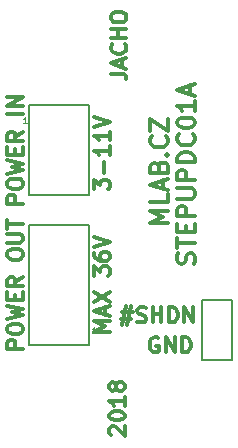
<source format=gbr>
G04 #@! TF.GenerationSoftware,KiCad,Pcbnew,(2018-02-10 revision a04965c36)-makepkg*
G04 #@! TF.CreationDate,2018-07-08T18:58:52+02:00*
G04 #@! TF.ProjectId,STEPUPDC01A,53544550555044433031412E6B696361,REV*
G04 #@! TF.SameCoordinates,Original*
G04 #@! TF.FileFunction,Legend,Top*
G04 #@! TF.FilePolarity,Positive*
%FSLAX46Y46*%
G04 Gerber Fmt 4.6, Leading zero omitted, Abs format (unit mm)*
G04 Created by KiCad (PCBNEW (2018-02-10 revision a04965c36)-makepkg) date 07/08/18 18:58:52*
%MOMM*%
%LPD*%
G01*
G04 APERTURE LIST*
%ADD10C,0.300000*%
%ADD11C,0.150000*%
%ADD12C,0.050000*%
G04 APERTURE END LIST*
D10*
X107873095Y-50643333D02*
X108801666Y-50643333D01*
X108987380Y-50705238D01*
X109111190Y-50829047D01*
X109173095Y-51014761D01*
X109173095Y-51138571D01*
X108801666Y-50086190D02*
X108801666Y-49467142D01*
X109173095Y-50210000D02*
X107873095Y-49776666D01*
X109173095Y-49343333D01*
X109049285Y-48167142D02*
X109111190Y-48229047D01*
X109173095Y-48414761D01*
X109173095Y-48538571D01*
X109111190Y-48724285D01*
X108987380Y-48848095D01*
X108863571Y-48910000D01*
X108615952Y-48971904D01*
X108430238Y-48971904D01*
X108182619Y-48910000D01*
X108058809Y-48848095D01*
X107935000Y-48724285D01*
X107873095Y-48538571D01*
X107873095Y-48414761D01*
X107935000Y-48229047D01*
X107996904Y-48167142D01*
X109173095Y-47610000D02*
X107873095Y-47610000D01*
X108492142Y-47610000D02*
X108492142Y-46867142D01*
X109173095Y-46867142D02*
X107873095Y-46867142D01*
X107873095Y-46000476D02*
X107873095Y-45752857D01*
X107935000Y-45629047D01*
X108058809Y-45505238D01*
X108306428Y-45443333D01*
X108739761Y-45443333D01*
X108987380Y-45505238D01*
X109111190Y-45629047D01*
X109173095Y-45752857D01*
X109173095Y-46000476D01*
X109111190Y-46124285D01*
X108987380Y-46248095D01*
X108739761Y-46310000D01*
X108306428Y-46310000D01*
X108058809Y-46248095D01*
X107935000Y-46124285D01*
X107873095Y-46000476D01*
X107869904Y-81222571D02*
X107808000Y-81160666D01*
X107746095Y-81036857D01*
X107746095Y-80727333D01*
X107808000Y-80603523D01*
X107869904Y-80541619D01*
X107993714Y-80479714D01*
X108117523Y-80479714D01*
X108303238Y-80541619D01*
X109046095Y-81284476D01*
X109046095Y-80479714D01*
X107746095Y-79674952D02*
X107746095Y-79551142D01*
X107808000Y-79427333D01*
X107869904Y-79365428D01*
X107993714Y-79303523D01*
X108241333Y-79241619D01*
X108550857Y-79241619D01*
X108798476Y-79303523D01*
X108922285Y-79365428D01*
X108984190Y-79427333D01*
X109046095Y-79551142D01*
X109046095Y-79674952D01*
X108984190Y-79798761D01*
X108922285Y-79860666D01*
X108798476Y-79922571D01*
X108550857Y-79984476D01*
X108241333Y-79984476D01*
X107993714Y-79922571D01*
X107869904Y-79860666D01*
X107808000Y-79798761D01*
X107746095Y-79674952D01*
X109046095Y-78003523D02*
X109046095Y-78746380D01*
X109046095Y-78374952D02*
X107746095Y-78374952D01*
X107931809Y-78498761D01*
X108055619Y-78622571D01*
X108117523Y-78746380D01*
X108303238Y-77260666D02*
X108241333Y-77384476D01*
X108179428Y-77446380D01*
X108055619Y-77508285D01*
X107993714Y-77508285D01*
X107869904Y-77446380D01*
X107808000Y-77384476D01*
X107746095Y-77260666D01*
X107746095Y-77013047D01*
X107808000Y-76889238D01*
X107869904Y-76827333D01*
X107993714Y-76765428D01*
X108055619Y-76765428D01*
X108179428Y-76827333D01*
X108241333Y-76889238D01*
X108303238Y-77013047D01*
X108303238Y-77260666D01*
X108365142Y-77384476D01*
X108427047Y-77446380D01*
X108550857Y-77508285D01*
X108798476Y-77508285D01*
X108922285Y-77446380D01*
X108984190Y-77384476D01*
X109046095Y-77260666D01*
X109046095Y-77013047D01*
X108984190Y-76889238D01*
X108922285Y-76827333D01*
X108798476Y-76765428D01*
X108550857Y-76765428D01*
X108427047Y-76827333D01*
X108365142Y-76889238D01*
X108303238Y-77013047D01*
X112692571Y-63249428D02*
X111192571Y-63249428D01*
X112264000Y-62749428D01*
X111192571Y-62249428D01*
X112692571Y-62249428D01*
X112692571Y-60820857D02*
X112692571Y-61535142D01*
X111192571Y-61535142D01*
X112264000Y-60392285D02*
X112264000Y-59678000D01*
X112692571Y-60535142D02*
X111192571Y-60035142D01*
X112692571Y-59535142D01*
X111906857Y-58535142D02*
X111978285Y-58320857D01*
X112049714Y-58249428D01*
X112192571Y-58178000D01*
X112406857Y-58178000D01*
X112549714Y-58249428D01*
X112621142Y-58320857D01*
X112692571Y-58463714D01*
X112692571Y-59035142D01*
X111192571Y-59035142D01*
X111192571Y-58535142D01*
X111264000Y-58392285D01*
X111335428Y-58320857D01*
X111478285Y-58249428D01*
X111621142Y-58249428D01*
X111764000Y-58320857D01*
X111835428Y-58392285D01*
X111906857Y-58535142D01*
X111906857Y-59035142D01*
X112549714Y-57535142D02*
X112621142Y-57463714D01*
X112692571Y-57535142D01*
X112621142Y-57606571D01*
X112549714Y-57535142D01*
X112692571Y-57535142D01*
X112549714Y-55963714D02*
X112621142Y-56035142D01*
X112692571Y-56249428D01*
X112692571Y-56392285D01*
X112621142Y-56606571D01*
X112478285Y-56749428D01*
X112335428Y-56820857D01*
X112049714Y-56892285D01*
X111835428Y-56892285D01*
X111549714Y-56820857D01*
X111406857Y-56749428D01*
X111264000Y-56606571D01*
X111192571Y-56392285D01*
X111192571Y-56249428D01*
X111264000Y-56035142D01*
X111335428Y-55963714D01*
X111192571Y-55463714D02*
X111192571Y-54463714D01*
X112692571Y-55463714D01*
X112692571Y-54463714D01*
X114907142Y-66717714D02*
X114978571Y-66503428D01*
X114978571Y-66146285D01*
X114907142Y-66003428D01*
X114835714Y-65932000D01*
X114692857Y-65860571D01*
X114550000Y-65860571D01*
X114407142Y-65932000D01*
X114335714Y-66003428D01*
X114264285Y-66146285D01*
X114192857Y-66432000D01*
X114121428Y-66574857D01*
X114050000Y-66646285D01*
X113907142Y-66717714D01*
X113764285Y-66717714D01*
X113621428Y-66646285D01*
X113550000Y-66574857D01*
X113478571Y-66432000D01*
X113478571Y-66074857D01*
X113550000Y-65860571D01*
X113478571Y-65432000D02*
X113478571Y-64574857D01*
X114978571Y-65003428D02*
X113478571Y-65003428D01*
X114192857Y-64074857D02*
X114192857Y-63574857D01*
X114978571Y-63360571D02*
X114978571Y-64074857D01*
X113478571Y-64074857D01*
X113478571Y-63360571D01*
X114978571Y-62717714D02*
X113478571Y-62717714D01*
X113478571Y-62146285D01*
X113550000Y-62003428D01*
X113621428Y-61932000D01*
X113764285Y-61860571D01*
X113978571Y-61860571D01*
X114121428Y-61932000D01*
X114192857Y-62003428D01*
X114264285Y-62146285D01*
X114264285Y-62717714D01*
X113478571Y-61217714D02*
X114692857Y-61217714D01*
X114835714Y-61146285D01*
X114907142Y-61074857D01*
X114978571Y-60932000D01*
X114978571Y-60646285D01*
X114907142Y-60503428D01*
X114835714Y-60432000D01*
X114692857Y-60360571D01*
X113478571Y-60360571D01*
X114978571Y-59646285D02*
X113478571Y-59646285D01*
X113478571Y-59074857D01*
X113550000Y-58932000D01*
X113621428Y-58860571D01*
X113764285Y-58789142D01*
X113978571Y-58789142D01*
X114121428Y-58860571D01*
X114192857Y-58932000D01*
X114264285Y-59074857D01*
X114264285Y-59646285D01*
X114978571Y-58146285D02*
X113478571Y-58146285D01*
X113478571Y-57789142D01*
X113550000Y-57574857D01*
X113692857Y-57432000D01*
X113835714Y-57360571D01*
X114121428Y-57289142D01*
X114335714Y-57289142D01*
X114621428Y-57360571D01*
X114764285Y-57432000D01*
X114907142Y-57574857D01*
X114978571Y-57789142D01*
X114978571Y-58146285D01*
X114835714Y-55789142D02*
X114907142Y-55860571D01*
X114978571Y-56074857D01*
X114978571Y-56217714D01*
X114907142Y-56432000D01*
X114764285Y-56574857D01*
X114621428Y-56646285D01*
X114335714Y-56717714D01*
X114121428Y-56717714D01*
X113835714Y-56646285D01*
X113692857Y-56574857D01*
X113550000Y-56432000D01*
X113478571Y-56217714D01*
X113478571Y-56074857D01*
X113550000Y-55860571D01*
X113621428Y-55789142D01*
X113478571Y-54860571D02*
X113478571Y-54717714D01*
X113550000Y-54574857D01*
X113621428Y-54503428D01*
X113764285Y-54432000D01*
X114050000Y-54360571D01*
X114407142Y-54360571D01*
X114692857Y-54432000D01*
X114835714Y-54503428D01*
X114907142Y-54574857D01*
X114978571Y-54717714D01*
X114978571Y-54860571D01*
X114907142Y-55003428D01*
X114835714Y-55074857D01*
X114692857Y-55146285D01*
X114407142Y-55217714D01*
X114050000Y-55217714D01*
X113764285Y-55146285D01*
X113621428Y-55074857D01*
X113550000Y-55003428D01*
X113478571Y-54860571D01*
X114978571Y-52932000D02*
X114978571Y-53789142D01*
X114978571Y-53360571D02*
X113478571Y-53360571D01*
X113692857Y-53503428D01*
X113835714Y-53646285D01*
X113907142Y-53789142D01*
X114550000Y-52360571D02*
X114550000Y-51646285D01*
X114978571Y-52503428D02*
X113478571Y-52003428D01*
X114978571Y-51503428D01*
X106476095Y-60437333D02*
X106476095Y-59632571D01*
X106971333Y-60065904D01*
X106971333Y-59880190D01*
X107033238Y-59756380D01*
X107095142Y-59694476D01*
X107218952Y-59632571D01*
X107528476Y-59632571D01*
X107652285Y-59694476D01*
X107714190Y-59756380D01*
X107776095Y-59880190D01*
X107776095Y-60251619D01*
X107714190Y-60375428D01*
X107652285Y-60437333D01*
X107280857Y-59075428D02*
X107280857Y-58084952D01*
X107776095Y-56784952D02*
X107776095Y-57527809D01*
X107776095Y-57156380D02*
X106476095Y-57156380D01*
X106661809Y-57280190D01*
X106785619Y-57404000D01*
X106847523Y-57527809D01*
X107776095Y-55546857D02*
X107776095Y-56289714D01*
X107776095Y-55918285D02*
X106476095Y-55918285D01*
X106661809Y-56042095D01*
X106785619Y-56165904D01*
X106847523Y-56289714D01*
X106476095Y-55175428D02*
X107776095Y-54742095D01*
X106476095Y-54308761D01*
X107776095Y-72480000D02*
X106476095Y-72480000D01*
X107404666Y-72046666D01*
X106476095Y-71613333D01*
X107776095Y-71613333D01*
X107404666Y-71056190D02*
X107404666Y-70437142D01*
X107776095Y-71180000D02*
X106476095Y-70746666D01*
X107776095Y-70313333D01*
X106476095Y-70003809D02*
X107776095Y-69137142D01*
X106476095Y-69137142D02*
X107776095Y-70003809D01*
X106476095Y-67775238D02*
X106476095Y-66970476D01*
X106971333Y-67403809D01*
X106971333Y-67218095D01*
X107033238Y-67094285D01*
X107095142Y-67032380D01*
X107218952Y-66970476D01*
X107528476Y-66970476D01*
X107652285Y-67032380D01*
X107714190Y-67094285D01*
X107776095Y-67218095D01*
X107776095Y-67589523D01*
X107714190Y-67713333D01*
X107652285Y-67775238D01*
X106476095Y-65856190D02*
X106476095Y-66103809D01*
X106538000Y-66227619D01*
X106599904Y-66289523D01*
X106785619Y-66413333D01*
X107033238Y-66475238D01*
X107528476Y-66475238D01*
X107652285Y-66413333D01*
X107714190Y-66351428D01*
X107776095Y-66227619D01*
X107776095Y-65980000D01*
X107714190Y-65856190D01*
X107652285Y-65794285D01*
X107528476Y-65732380D01*
X107218952Y-65732380D01*
X107095142Y-65794285D01*
X107033238Y-65856190D01*
X106971333Y-65980000D01*
X106971333Y-66227619D01*
X107033238Y-66351428D01*
X107095142Y-66413333D01*
X107218952Y-66475238D01*
X106476095Y-65360952D02*
X107776095Y-64927619D01*
X106476095Y-64494285D01*
X100410095Y-61638095D02*
X99110095Y-61638095D01*
X99110095Y-61142857D01*
X99172000Y-61019047D01*
X99233904Y-60957142D01*
X99357714Y-60895238D01*
X99543428Y-60895238D01*
X99667238Y-60957142D01*
X99729142Y-61019047D01*
X99791047Y-61142857D01*
X99791047Y-61638095D01*
X99110095Y-60090476D02*
X99110095Y-59842857D01*
X99172000Y-59719047D01*
X99295809Y-59595238D01*
X99543428Y-59533333D01*
X99976761Y-59533333D01*
X100224380Y-59595238D01*
X100348190Y-59719047D01*
X100410095Y-59842857D01*
X100410095Y-60090476D01*
X100348190Y-60214285D01*
X100224380Y-60338095D01*
X99976761Y-60400000D01*
X99543428Y-60400000D01*
X99295809Y-60338095D01*
X99172000Y-60214285D01*
X99110095Y-60090476D01*
X99110095Y-59100000D02*
X100410095Y-58790476D01*
X99481523Y-58542857D01*
X100410095Y-58295238D01*
X99110095Y-57985714D01*
X99729142Y-57490476D02*
X99729142Y-57057142D01*
X100410095Y-56871428D02*
X100410095Y-57490476D01*
X99110095Y-57490476D01*
X99110095Y-56871428D01*
X100410095Y-55571428D02*
X99791047Y-56004761D01*
X100410095Y-56314285D02*
X99110095Y-56314285D01*
X99110095Y-55819047D01*
X99172000Y-55695238D01*
X99233904Y-55633333D01*
X99357714Y-55571428D01*
X99543428Y-55571428D01*
X99667238Y-55633333D01*
X99729142Y-55695238D01*
X99791047Y-55819047D01*
X99791047Y-56314285D01*
X100410095Y-54023809D02*
X99110095Y-54023809D01*
X100410095Y-53404761D02*
X99110095Y-53404761D01*
X100410095Y-52661904D01*
X99110095Y-52661904D01*
X100410095Y-73934761D02*
X99110095Y-73934761D01*
X99110095Y-73439523D01*
X99172000Y-73315714D01*
X99233904Y-73253809D01*
X99357714Y-73191904D01*
X99543428Y-73191904D01*
X99667238Y-73253809D01*
X99729142Y-73315714D01*
X99791047Y-73439523D01*
X99791047Y-73934761D01*
X99110095Y-72387142D02*
X99110095Y-72139523D01*
X99172000Y-72015714D01*
X99295809Y-71891904D01*
X99543428Y-71830000D01*
X99976761Y-71830000D01*
X100224380Y-71891904D01*
X100348190Y-72015714D01*
X100410095Y-72139523D01*
X100410095Y-72387142D01*
X100348190Y-72510952D01*
X100224380Y-72634761D01*
X99976761Y-72696666D01*
X99543428Y-72696666D01*
X99295809Y-72634761D01*
X99172000Y-72510952D01*
X99110095Y-72387142D01*
X99110095Y-71396666D02*
X100410095Y-71087142D01*
X99481523Y-70839523D01*
X100410095Y-70591904D01*
X99110095Y-70282380D01*
X99729142Y-69787142D02*
X99729142Y-69353809D01*
X100410095Y-69168095D02*
X100410095Y-69787142D01*
X99110095Y-69787142D01*
X99110095Y-69168095D01*
X100410095Y-67868095D02*
X99791047Y-68301428D01*
X100410095Y-68610952D02*
X99110095Y-68610952D01*
X99110095Y-68115714D01*
X99172000Y-67991904D01*
X99233904Y-67930000D01*
X99357714Y-67868095D01*
X99543428Y-67868095D01*
X99667238Y-67930000D01*
X99729142Y-67991904D01*
X99791047Y-68115714D01*
X99791047Y-68610952D01*
X99110095Y-66072857D02*
X99110095Y-65825238D01*
X99172000Y-65701428D01*
X99295809Y-65577619D01*
X99543428Y-65515714D01*
X99976761Y-65515714D01*
X100224380Y-65577619D01*
X100348190Y-65701428D01*
X100410095Y-65825238D01*
X100410095Y-66072857D01*
X100348190Y-66196666D01*
X100224380Y-66320476D01*
X99976761Y-66382380D01*
X99543428Y-66382380D01*
X99295809Y-66320476D01*
X99172000Y-66196666D01*
X99110095Y-66072857D01*
X99110095Y-64958571D02*
X100162476Y-64958571D01*
X100286285Y-64896666D01*
X100348190Y-64834761D01*
X100410095Y-64710952D01*
X100410095Y-64463333D01*
X100348190Y-64339523D01*
X100286285Y-64277619D01*
X100162476Y-64215714D01*
X99110095Y-64215714D01*
X99110095Y-63782380D02*
X99110095Y-63039523D01*
X100410095Y-63410952D02*
X99110095Y-63410952D01*
X111895571Y-73010000D02*
X111771761Y-72948095D01*
X111586047Y-72948095D01*
X111400333Y-73010000D01*
X111276523Y-73133809D01*
X111214619Y-73257619D01*
X111152714Y-73505238D01*
X111152714Y-73690952D01*
X111214619Y-73938571D01*
X111276523Y-74062380D01*
X111400333Y-74186190D01*
X111586047Y-74248095D01*
X111709857Y-74248095D01*
X111895571Y-74186190D01*
X111957476Y-74124285D01*
X111957476Y-73690952D01*
X111709857Y-73690952D01*
X112514619Y-74248095D02*
X112514619Y-72948095D01*
X113257476Y-74248095D01*
X113257476Y-72948095D01*
X113876523Y-74248095D02*
X113876523Y-72948095D01*
X114186047Y-72948095D01*
X114371761Y-73010000D01*
X114495571Y-73133809D01*
X114557476Y-73257619D01*
X114619380Y-73505238D01*
X114619380Y-73690952D01*
X114557476Y-73938571D01*
X114495571Y-74062380D01*
X114371761Y-74186190D01*
X114186047Y-74248095D01*
X113876523Y-74248095D01*
X108806714Y-70841428D02*
X109735285Y-70841428D01*
X109178142Y-70284285D02*
X108806714Y-71955714D01*
X109611476Y-71398571D02*
X108682904Y-71398571D01*
X109240047Y-71955714D02*
X109611476Y-70284285D01*
X110106714Y-71646190D02*
X110292428Y-71708095D01*
X110601952Y-71708095D01*
X110725761Y-71646190D01*
X110787666Y-71584285D01*
X110849571Y-71460476D01*
X110849571Y-71336666D01*
X110787666Y-71212857D01*
X110725761Y-71150952D01*
X110601952Y-71089047D01*
X110354333Y-71027142D01*
X110230523Y-70965238D01*
X110168619Y-70903333D01*
X110106714Y-70779523D01*
X110106714Y-70655714D01*
X110168619Y-70531904D01*
X110230523Y-70470000D01*
X110354333Y-70408095D01*
X110663857Y-70408095D01*
X110849571Y-70470000D01*
X111406714Y-71708095D02*
X111406714Y-70408095D01*
X111406714Y-71027142D02*
X112149571Y-71027142D01*
X112149571Y-71708095D02*
X112149571Y-70408095D01*
X112768619Y-71708095D02*
X112768619Y-70408095D01*
X113078142Y-70408095D01*
X113263857Y-70470000D01*
X113387666Y-70593809D01*
X113449571Y-70717619D01*
X113511476Y-70965238D01*
X113511476Y-71150952D01*
X113449571Y-71398571D01*
X113387666Y-71522380D01*
X113263857Y-71646190D01*
X113078142Y-71708095D01*
X112768619Y-71708095D01*
X114068619Y-71708095D02*
X114068619Y-70408095D01*
X114811476Y-71708095D01*
X114811476Y-70408095D01*
D11*
X100965000Y-53340000D02*
X106045000Y-53340000D01*
X106045000Y-53340000D02*
X106045000Y-60960000D01*
X106045000Y-60960000D02*
X100965000Y-60960000D01*
X100965000Y-60960000D02*
X100965000Y-53340000D01*
X106045000Y-73660000D02*
X100965000Y-73660000D01*
X100965000Y-73660000D02*
X100965000Y-63500000D01*
X100965000Y-63500000D02*
X106045000Y-63500000D01*
X106045000Y-63500000D02*
X106045000Y-73660000D01*
X118110000Y-74930000D02*
X115570000Y-74930000D01*
X115570000Y-74930000D02*
X115570000Y-69850000D01*
X115570000Y-69850000D02*
X118110000Y-69850000D01*
X118110000Y-69850000D02*
X118110000Y-74930000D01*
D12*
X100726857Y-54836190D02*
X100441142Y-54836190D01*
X100584000Y-54836190D02*
X100584000Y-54336190D01*
X100536380Y-54407619D01*
X100488761Y-54455238D01*
X100441142Y-54479047D01*
X106568857Y-72616190D02*
X106283142Y-72616190D01*
X106426000Y-72616190D02*
X106426000Y-72116190D01*
X106378380Y-72187619D01*
X106330761Y-72235238D01*
X106283142Y-72259047D01*
M02*

</source>
